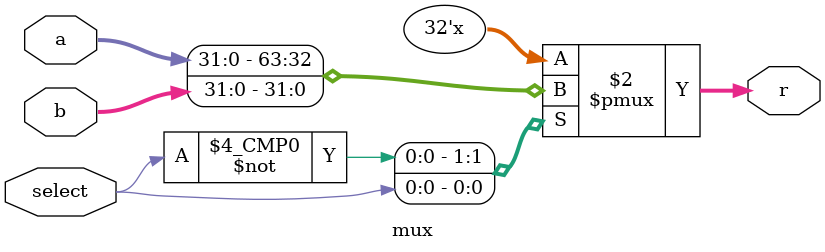
<source format=v>
`timescale 1ns / 1ps


module mux
    #(parameter WIDTH=32)
    (input [WIDTH-1:0] a,
    input [WIDTH-1:0] b,
    input select,
    output reg [WIDTH-1:0] r);
    
    always @(*)begin
        case(select)
            1'b0:r = a;
            1'b1:r = b;
        endcase
    end
endmodule

</source>
